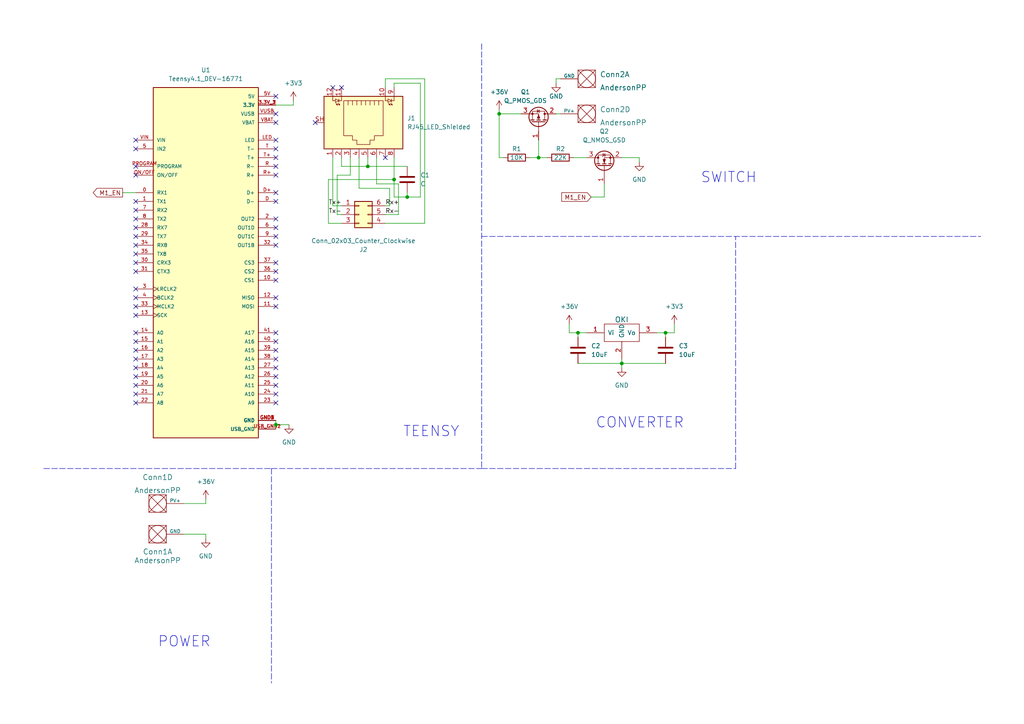
<source format=kicad_sch>
(kicad_sch (version 20211123) (generator eeschema)
  (paper "A4")
  (title_block (title "Zeke_Allen_Training_rev1"))
  (lib_symbols
    (symbol "Connector:RJ45_LED_Shielded" (pin_names (offset 1.016))
      (property "Reference" "J" (at -5.08 13.97 0))
      (property "Value" "RJ45_LED_Shielded" (at 1.27 13.97 0))
      (symbol "RJ45_LED_Shielded_0_1"
        (polyline (pts (xy -7.62 -7.62) (xy -6.35 -7.62)))
        (polyline (pts (xy -7.62 -5.08) (xy -6.35 -5.08)))
        (polyline (pts (xy -7.62 7.62) (xy -6.35 7.62)))
        (polyline (pts (xy -7.62 10.16) (xy -6.35 10.16)))
        (polyline (pts (xy -6.858 -5.842) (xy -5.842 -5.842)))
        (polyline (pts (xy -6.858 9.398) (xy -5.842 9.398)))
        (polyline (pts (xy -6.35 -7.62) (xy -6.35 -6.858)))
        (polyline (pts (xy -6.35 -5.08) (xy -6.35 -5.842)))
        (polyline (pts (xy -6.35 7.62) (xy -6.35 8.382)))
        (polyline (pts (xy -6.35 10.16) (xy -6.35 9.398)))
        (polyline (pts (xy -5.08 -6.223) (xy -5.207 -6.604)))
        (polyline (pts (xy -5.08 -5.588) (xy -5.207 -5.969)))
        (polyline (pts (xy -5.08 4.445) (xy -6.35 4.445)))
        (polyline (pts (xy -5.08 5.715) (xy -6.35 5.715)))
        (polyline (pts (xy -5.08 9.017) (xy -5.207 8.636)))
        (polyline (pts (xy -5.08 9.652) (xy -5.207 9.271)))
        (polyline (pts (xy -6.35 -3.175) (xy -5.08 -3.175) (xy -5.08 -3.175)))
        (polyline (pts (xy -6.35 -1.905) (xy -5.08 -1.905) (xy -5.08 -1.905)))
        (polyline (pts (xy -6.35 -0.635) (xy -5.08 -0.635) (xy -5.08 -0.635)))
        (polyline (pts (xy -6.35 0.635) (xy -5.08 0.635) (xy -5.08 0.635)))
        (polyline (pts (xy -6.35 1.905) (xy -5.08 1.905) (xy -5.08 1.905)))
        (polyline (pts (xy -5.588 -6.731) (xy -5.08 -6.223) (xy -5.461 -6.35)))
        (polyline (pts (xy -5.588 -6.096) (xy -5.08 -5.588) (xy -5.461 -5.715)))
        (polyline (pts (xy -5.588 8.509) (xy -5.08 9.017) (xy -5.461 8.89)))
        (polyline (pts (xy -5.588 9.144) (xy -5.08 9.652) (xy -5.461 9.525)))
        (polyline (pts (xy -5.08 3.175) (xy -6.35 3.175) (xy -6.35 3.175)))
        (polyline (pts (xy -6.35 -5.842) (xy -6.858 -6.858) (xy -5.842 -6.858) (xy -6.35 -5.842)))
        (polyline (pts (xy -6.35 9.398) (xy -6.858 8.382) (xy -5.842 8.382) (xy -6.35 9.398)))
        (polyline (pts (xy -6.35 -4.445) (xy -6.35 6.985) (xy 3.81 6.985) (xy 3.81 4.445) (xy 5.08 4.445) (xy 5.08 3.175) (xy 6.35 3.175) (xy 6.35 -0.635) (xy 5.08 -0.635) (xy 5.08 -1.905) (xy 3.81 -1.905) (xy 3.81 -4.445) (xy -6.35 -4.445) (xy -6.35 -4.445)))
        (rectangle (start 7.62 12.7) (end -7.62 -10.16) (stroke (width 0.254)) (fill (type background)))
      )
      (symbol "RJ45_LED_Shielded_1_1"
        (pin passive line (at 10.16 -7.62 180) (length 2.54) (name "~") (number "1"))
        (pin passive line (at -10.16 7.62 0) (length 2.54) (name "~") (number "10"))
        (pin passive line (at -10.16 -5.08 0) (length 2.54) (name "~") (number "11"))
        (pin passive line (at -10.16 -7.62 0) (length 2.54) (name "~") (number "12"))
        (pin passive line (at 10.16 -5.08 180) (length 2.54) (name "~") (number "2"))
        (pin passive line (at 10.16 -2.54 180) (length 2.54) (name "~") (number "3"))
        (pin passive line (at 10.16 0 180) (length 2.54) (name "~") (number "4"))
        (pin passive line (at 10.16 2.54 180) (length 2.54) (name "~") (number "5"))
        (pin passive line (at 10.16 5.08 180) (length 2.54) (name "~") (number "6"))
        (pin passive line (at 10.16 7.62 180) (length 2.54) (name "~") (number "7"))
        (pin passive line (at 10.16 10.16 180) (length 2.54) (name "~") (number "8"))
        (pin passive line (at -10.16 10.16 0) (length 2.54) (name "~") (number "9"))
        (pin passive line (at 0 -12.7 90) (length 2.54) (name "~") (number "SH"))
      )
    )
    (symbol "Connector_Generic:Conn_02x03_Counter_Clockwise" (pin_names (offset 1.016) hide)
      (property "Reference" "J" (at 1.27 5.08 0))
      (property "Value" "Conn_02x03_Counter_Clockwise" (at 1.27 -5.08 0))
      (symbol "Conn_02x03_Counter_Clockwise_1_1"
        (rectangle (start -1.27 -2.413) (end 0 -2.667) (stroke (width 0.1524)))
        (rectangle (start -1.27 0.127) (end 0 -0.127) (stroke (width 0.1524)))
        (rectangle (start -1.27 2.667) (end 0 2.413) (stroke (width 0.1524)))
        (rectangle (start -1.27 3.81) (end 3.81 -3.81) (stroke (width 0.254)) (fill (type background)))
        (rectangle (start 3.81 -2.413) (end 2.54 -2.667) (stroke (width 0.1524)))
        (rectangle (start 3.81 0.127) (end 2.54 -0.127) (stroke (width 0.1524)))
        (rectangle (start 3.81 2.667) (end 2.54 2.413) (stroke (width 0.1524)))
        (pin passive line (at -5.08 2.54 0) (length 3.81) (name "Pin_1") (number "1"))
        (pin passive line (at -5.08 0 0) (length 3.81) (name "Pin_2") (number "2"))
        (pin passive line (at -5.08 -2.54 0) (length 3.81) (name "Pin_3") (number "3"))
        (pin passive line (at 7.62 -2.54 180) (length 3.81) (name "Pin_4") (number "4"))
        (pin passive line (at 7.62 0 180) (length 3.81) (name "Pin_5") (number "5"))
        (pin passive line (at 7.62 2.54 180) (length 3.81) (name "Pin_6") (number "6"))
      )
    )
    (symbol "Device:C" (pin_numbers hide) (pin_names (offset 0.254))
      (property "Reference" "C" (at 0.635 2.54 0))
      (property "Value" "C" (at 0.635 -2.54 0))
      (symbol "C_0_1"
        (polyline (pts (xy -2.032 -0.762) (xy 2.032 -0.762)) (stroke (width 0.508)))
        (polyline (pts (xy -2.032 0.762) (xy 2.032 0.762)) (stroke (width 0.508)))
      )
      (symbol "C_1_1"
        (pin passive line (at 0 3.81 270) (length 2.794) (name "~") (number "1"))
        (pin passive line (at 0 -3.81 90) (length 2.794) (name "~") (number "2"))
      )
    )
    (symbol "Device:Q_NMOS_GSD" (pin_names (offset 0) hide)
      (property "Reference" "Q" (at 5.08 1.27 0))
      (property "Value" "Q_NMOS_GSD" (at 5.08 -1.27 0))
      (symbol "Q_NMOS_GSD_0_1"
        (polyline (pts (xy 0.254 0) (xy -2.54 0)))
        (polyline (pts (xy 0.254 1.905) (xy 0.254 -1.905)) (stroke (width 0.254)))
        (polyline (pts (xy 0.762 -1.27) (xy 0.762 -2.286)) (stroke (width 0.254)))
        (polyline (pts (xy 0.762 0.508) (xy 0.762 -0.508)) (stroke (width 0.254)))
        (polyline (pts (xy 0.762 2.286) (xy 0.762 1.27)) (stroke (width 0.254)))
        (polyline (pts (xy 2.54 2.54) (xy 2.54 1.778)))
        (polyline (pts (xy 2.54 -2.54) (xy 2.54 0) (xy 0.762 0)))
        (polyline (pts (xy 0.762 -1.778) (xy 3.302 -1.778) (xy 3.302 1.778) (xy 0.762 1.778)))
        (polyline (pts (xy 1.016 0) (xy 2.032 0.381) (xy 2.032 -0.381) (xy 1.016 0)) (fill (type outline)))
        (polyline (pts (xy 2.794 0.508) (xy 2.921 0.381) (xy 3.683 0.381) (xy 3.81 0.254)))
        (polyline (pts (xy 3.302 0.381) (xy 2.921 -0.254) (xy 3.683 -0.254) (xy 3.302 0.381)))
        (circle (center 1.651 0) (radius 2.794) (stroke (width 0.254)))
        (circle (center 2.54 -1.778) (radius 0.254) (fill (type outline)))
        (circle (center 2.54 1.778) (radius 0.254) (fill (type outline)))
      )
      (symbol "Q_NMOS_GSD_1_1"
        (pin input line (at -5.08 0 0) (length 2.54) (name "G") (number "1"))
        (pin passive line (at 2.54 -5.08 90) (length 2.54) (name "S") (number "2"))
        (pin passive line (at 2.54 5.08 270) (length 2.54) (name "D") (number "3"))
      )
    )
    (symbol "Device:Q_PMOS_GDS" (pin_names (offset 0) hide)
      (property "Reference" "Q" (at 5.08 1.27 0))
      (property "Value" "Q_PMOS_GDS" (at 5.08 -1.27 0))
      (symbol "Q_PMOS_GDS_0_1"
        (polyline (pts (xy 0.254 0) (xy -2.54 0)))
        (polyline (pts (xy 0.254 1.905) (xy 0.254 -1.905)) (stroke (width 0.254)))
        (polyline (pts (xy 0.762 -1.27) (xy 0.762 -2.286)) (stroke (width 0.254)))
        (polyline (pts (xy 0.762 0.508) (xy 0.762 -0.508)) (stroke (width 0.254)))
        (polyline (pts (xy 0.762 2.286) (xy 0.762 1.27)) (stroke (width 0.254)))
        (polyline (pts (xy 2.54 2.54) (xy 2.54 1.778)))
        (polyline (pts (xy 2.54 -2.54) (xy 2.54 0) (xy 0.762 0)))
        (polyline (pts (xy 0.762 1.778) (xy 3.302 1.778) (xy 3.302 -1.778) (xy 0.762 -1.778)))
        (polyline (pts (xy 2.286 0) (xy 1.27 0.381) (xy 1.27 -0.381) (xy 2.286 0)) (fill (type outline)))
        (polyline (pts (xy 2.794 -0.508) (xy 2.921 -0.381) (xy 3.683 -0.381) (xy 3.81 -0.254)))
        (polyline (pts (xy 3.302 -0.381) (xy 2.921 0.254) (xy 3.683 0.254) (xy 3.302 -0.381)))
        (circle (center 1.651 0) (radius 2.794) (stroke (width 0.254)))
        (circle (center 2.54 -1.778) (radius 0.254) (fill (type outline)))
        (circle (center 2.54 1.778) (radius 0.254) (fill (type outline)))
      )
      (symbol "Q_PMOS_GDS_1_1"
        (pin input line (at -5.08 0 0) (length 2.54) (name "G") (number "1"))
        (pin passive line (at 2.54 5.08 270) (length 2.54) (name "D") (number "2"))
        (pin passive line (at 2.54 -5.08 90) (length 2.54) (name "S") (number "3"))
      )
    )
    (symbol "Device:R" (pin_numbers hide) (pin_names (offset 0))
      (property "Reference" "R" (at 2.032 0 90))
      (property "Value" "R" (at 0 0 90))
      (symbol "R_0_1"
        (rectangle (start -1.016 -2.54) (end 1.016 2.54) (stroke (width 0.254)))
      )
      (symbol "R_1_1"
        (pin passive line (at 0 3.81 270) (length 1.27) (name "~") (number "1"))
        (pin passive line (at 0 -3.81 90) (length 1.27) (name "~") (number "2"))
      )
    )
    (symbol "MRDT_Connectors:AndersonPP" (pin_numbers hide) (pin_names (offset 0))
      (property "Reference" "Conn" (at 3.81 -1.27 0))
      (property "Value" "AndersonPP" (at 2.54 6.35 0))
      (symbol "AndersonPP_0_1"
        (polyline (pts (xy 0 5.08) (xy 5.08 0)))
        (polyline (pts (xy 5.08 5.08) (xy 0 0)))
        (rectangle (start 0 0) (end 5.08 5.08))
        (circle (center 2.54 2.54) (radius 2.54))
      )
      (symbol "AndersonPP_1_1"
        (pin input line (at 10.16 2.54 180) (length 5.08) (name "GND") (number "1"))
      )
      (symbol "AndersonPP_2_1"
        (pin input line (at 10.16 2.54 180) (length 5.08) (name "V+Log") (number "2"))
      )
      (symbol "AndersonPP_3_1"
        (pin input line (at 10.16 2.54 180) (length 5.08) (name "V+Act") (number "3"))
      )
      (symbol "AndersonPP_4_1"
        (pin input line (at 10.16 2.54 180) (length 5.08) (name "PV+") (number "4"))
      )
      (symbol "AndersonPP_5_1"
        (pin input line (at 10.16 2.54 180) (length 5.08) (name "~") (number "1"))
      )
    )
    (symbol "MRDT_Devices:OKI" (pin_names (offset 1.016))
      (property "Value" "OKI" (at 5.08 6.35 0))
      (symbol "OKI_0_1"
        (rectangle (start 0 0) (end 10.16 5.08))
      )
      (symbol "OKI_1_1"
        (pin input line (at -5.08 2.54 0) (length 5.08) (name "Vi") (number "1"))
        (pin output line (at 5.08 -5.08 90) (length 5.08) (name "GND") (number "2"))
        (pin output line (at 15.24 2.54 180) (length 5.08) (name "Vo") (number "3"))
      )
    )
    (symbol "MRDT_Shields:Teensy4.1_DEV-16771" (pin_names (offset 1.016))
      (property "Reference" "U" (at -15.24 52.07 0))
      (property "Value" "Teensy4.1_DEV-16771" (at -15.24 -53.34 0))
      (symbol "Teensy4.1_DEV-16771_0_0"
        (rectangle (start -15.24 -50.8) (end 15.24 50.8) (stroke (width 0.254)) (fill (type background)))
        (pin bidirectional line (at -20.32 20.32 0) (length 5.08) (name "RX1") (number "0"))
        (pin bidirectional line (at -20.32 17.78 0) (length 5.08) (name "TX1") (number "1"))
        (pin bidirectional line (at 20.32 -5.08 180) (length 5.08) (name "CS1") (number "10"))
        (pin bidirectional line (at 20.32 -12.7 180) (length 5.08) (name "MOSI") (number "11"))
        (pin bidirectional line (at 20.32 -10.16 180) (length 5.08) (name "MISO") (number "12"))
        (pin bidirectional clock (at -20.32 -15.24 0) (length 5.08) (name "SCK") (number "13"))
        (pin bidirectional line (at -20.32 -20.32 0) (length 5.08) (name "A0") (number "14"))
        (pin bidirectional line (at -20.32 -22.86 0) (length 5.08) (name "A1") (number "15"))
        (pin bidirectional line (at -20.32 -25.4 0) (length 5.08) (name "A2") (number "16"))
        (pin bidirectional line (at -20.32 -27.94 0) (length 5.08) (name "A3") (number "17"))
        (pin bidirectional line (at -20.32 -30.48 0) (length 5.08) (name "A4") (number "18"))
        (pin bidirectional line (at -20.32 -33.02 0) (length 5.08) (name "A5") (number "19"))
        (pin output line (at 20.32 12.7 180) (length 5.08) (name "OUT2") (number "2"))
        (pin bidirectional line (at -20.32 -35.56 0) (length 5.08) (name "A6") (number "20"))
        (pin bidirectional line (at -20.32 -38.1 0) (length 5.08) (name "A7") (number "21"))
        (pin bidirectional line (at -20.32 -40.64 0) (length 5.08) (name "A8") (number "22"))
        (pin bidirectional line (at 20.32 -40.64 180) (length 5.08) (name "A9") (number "23"))
        (pin bidirectional line (at 20.32 -38.1 180) (length 5.08) (name "A10") (number "24"))
        (pin bidirectional line (at 20.32 -35.56 180) (length 5.08) (name "A11") (number "25"))
        (pin bidirectional line (at 20.32 -33.02 180) (length 5.08) (name "A12") (number "26"))
        (pin bidirectional line (at 20.32 -30.48 180) (length 5.08) (name "A13") (number "27"))
        (pin bidirectional line (at -20.32 10.16 0) (length 5.08) (name "RX7") (number "28"))
        (pin bidirectional line (at -20.32 7.62 0) (length 5.08) (name "TX7") (number "29"))
        (pin bidirectional clock (at -20.32 -7.62 0) (length 5.08) (name "LRCLK2") (number "3"))
        (pin power_in line (at 20.32 45.72 180) (length 5.08) (name "3.3V") (number "3.3V_1"))
        (pin power_in line (at 20.32 45.72 180) (length 5.08) (name "3.3V") (number "3.3V_2"))
        (pin power_in line (at 20.32 45.72 180) (length 5.08) (name "3.3V") (number "3.3V_3"))
        (pin bidirectional line (at -20.32 0 0) (length 5.08) (name "CRX3") (number "30"))
        (pin bidirectional line (at -20.32 -2.54 0) (length 5.08) (name "CTX3") (number "31"))
        (pin output line (at 20.32 5.08 180) (length 5.08) (name "OUT1B") (number "32"))
        (pin bidirectional clock (at -20.32 -12.7 0) (length 5.08) (name "MCLK2") (number "33"))
        (pin bidirectional line (at -20.32 5.08 0) (length 5.08) (name "RX8") (number "34"))
        (pin bidirectional line (at -20.32 2.54 0) (length 5.08) (name "TX8") (number "35"))
        (pin bidirectional line (at 20.32 -2.54 180) (length 5.08) (name "CS2") (number "36"))
        (pin bidirectional line (at 20.32 0 180) (length 5.08) (name "CS3") (number "37"))
        (pin bidirectional line (at 20.32 -27.94 180) (length 5.08) (name "A14") (number "38"))
        (pin bidirectional line (at 20.32 -25.4 180) (length 5.08) (name "A15") (number "39"))
        (pin bidirectional clock (at -20.32 -10.16 0) (length 5.08) (name "BCLK2") (number "4"))
        (pin bidirectional line (at 20.32 -22.86 180) (length 5.08) (name "A16") (number "40"))
        (pin bidirectional line (at 20.32 -20.32 180) (length 5.08) (name "A17") (number "41"))
        (pin bidirectional line (at -20.32 33.02 0) (length 5.08) (name "IN2") (number "5"))
        (pin power_in line (at 20.32 48.26 180) (length 5.08) (name "5V") (number "5V"))
        (pin output line (at 20.32 10.16 180) (length 5.08) (name "OUT1D") (number "6"))
        (pin bidirectional line (at -20.32 15.24 0) (length 5.08) (name "RX2") (number "7"))
        (pin bidirectional line (at -20.32 12.7 0) (length 5.08) (name "TX2") (number "8"))
        (pin output line (at 20.32 7.62 180) (length 5.08) (name "OUT1C") (number "9"))
        (pin bidirectional line (at 20.32 17.78 180) (length 5.08) (name "D-") (number "D"))
        (pin bidirectional line (at 20.32 20.32 180) (length 5.08) (name "D+") (number "D+"))
        (pin power_in line (at 20.32 -45.72 180) (length 5.08) (name "GND") (number "GND1"))
        (pin power_in line (at 20.32 -45.72 180) (length 5.08) (name "GND") (number "GND2"))
        (pin power_in line (at 20.32 -45.72 180) (length 5.08) (name "GND") (number "GND3"))
        (pin power_in line (at 20.32 -45.72 180) (length 5.08) (name "GND") (number "GND4"))
        (pin power_in line (at 20.32 -45.72 180) (length 5.08) (name "GND") (number "GND5"))
        (pin bidirectional line (at 20.32 35.56 180) (length 5.08) (name "LED") (number "LED"))
        (pin bidirectional line (at -20.32 25.4 0) (length 5.08) (name "ON/OFF") (number "ON/OFF"))
        (pin bidirectional line (at -20.32 27.94 0) (length 5.08) (name "PROGRAM") (number "PROGRAM"))
        (pin bidirectional line (at 20.32 27.94 180) (length 5.08) (name "R-") (number "R"))
        (pin bidirectional line (at 20.32 25.4 180) (length 5.08) (name "R+") (number "R+"))
        (pin bidirectional line (at 20.32 33.02 180) (length 5.08) (name "T-") (number "T"))
        (pin bidirectional line (at 20.32 30.48 180) (length 5.08) (name "T+") (number "T+"))
        (pin power_in line (at 20.32 -48.26 180) (length 5.08) (name "USB_GND") (number "USB_GND1"))
        (pin power_in line (at 20.32 -48.26 180) (length 5.08) (name "USB_GND") (number "USB_GND2"))
        (pin passive line (at 20.32 40.64 180) (length 5.08) (name "VBAT") (number "VBAT"))
        (pin input line (at -20.32 35.56 0) (length 5.08) (name "VIN") (number "VIN"))
        (pin passive line (at 20.32 43.18 180) (length 5.08) (name "VUSB") (number "VUSB"))
      )
    )
    (symbol "power:+36V" (power) (pin_names (offset 0))
      (property "Value" "+36V" (at 0 3.556 0))
      (symbol "+36V_0_1"
        (polyline (pts (xy -0.762 1.27) (xy 0 2.54)))
        (polyline (pts (xy 0 0) (xy 0 2.54)))
        (polyline (pts (xy 0 2.54) (xy 0.762 1.27)))
      )
      (symbol "+36V_1_1"
        (pin power_in line (at 0 0 90) (length 0) hide (name "+36V") (number "1"))
      )
    )
    (symbol "power:+3V3" (power) (pin_names (offset 0))
      (property "Value" "+3V3" (at 0 3.556 0))
      (symbol "+3V3_0_1"
        (polyline (pts (xy -0.762 1.27) (xy 0 2.54)))
        (polyline (pts (xy 0 0) (xy 0 2.54)))
        (polyline (pts (xy 0 2.54) (xy 0.762 1.27)))
      )
      (symbol "+3V3_1_1"
        (pin power_in line (at 0 0 90) (length 0) hide (name "+3V3") (number "1"))
      )
    )
    (symbol "power:GND" (power) (pin_names (offset 0))
      (property "Value" "GND" (at 0 -3.81 0))
      (symbol "GND_0_1"
        (polyline (pts (xy 0 0) (xy 0 -1.27) (xy 1.27 -1.27) (xy 0 -2.54) (xy -1.27 -1.27) (xy 0 -1.27)))
      )
      (symbol "GND_1_1"
        (pin power_in line (at 0 0 270) (length 0) hide (name "GND") (number "1"))
      )
    )
  )
  (junction (at 114.3 52.07))
  (junction (at 180.34 105.41))
  (junction (at 167.64 96.52))
  (junction (at 156.21 45.72))
  (junction (at 106.68 48.26))
  (junction (at 193.04 96.52))
  (junction (at 118.11 57.15))
  (junction (at 144.78 33.02))
  (junction (at 80.01 123.19))
  (no_connect (at 99.06 25.4))
  (no_connect (at 96.52 25.4))
  (no_connect (at 91.44 35.56))
  (no_connect (at 111.76 45.72))
  (no_connect (at 80.01 78.74))
  (no_connect (at 80.01 81.28))
  (no_connect (at 80.01 86.36))
  (no_connect (at 80.01 88.9))
  (no_connect (at 80.01 96.52))
  (no_connect (at 80.01 99.06))
  (no_connect (at 80.01 101.6))
  (no_connect (at 80.01 104.14))
  (no_connect (at 39.37 116.84))
  (no_connect (at 39.37 114.3))
  (no_connect (at 39.37 111.76))
  (no_connect (at 39.37 109.22))
  (no_connect (at 39.37 106.68))
  (no_connect (at 39.37 104.14))
  (no_connect (at 39.37 101.6))
  (no_connect (at 39.37 99.06))
  (no_connect (at 39.37 96.52))
  (no_connect (at 39.37 91.44))
  (no_connect (at 39.37 88.9))
  (no_connect (at 39.37 86.36))
  (no_connect (at 39.37 83.82))
  (no_connect (at 80.01 27.94))
  (no_connect (at 80.01 33.02))
  (no_connect (at 80.01 35.56))
  (no_connect (at 80.01 45.72))
  (no_connect (at 80.01 106.68))
  (no_connect (at 80.01 109.22))
  (no_connect (at 80.01 111.76))
  (no_connect (at 80.01 114.3))
  (no_connect (at 80.01 116.84))
  (no_connect (at 39.37 58.42))
  (no_connect (at 39.37 50.8))
  (no_connect (at 39.37 48.26))
  (no_connect (at 39.37 43.18))
  (no_connect (at 39.37 40.64))
  (no_connect (at 80.01 40.64))
  (no_connect (at 80.01 48.26))
  (no_connect (at 80.01 50.8))
  (no_connect (at 80.01 55.88))
  (no_connect (at 80.01 43.18))
  (no_connect (at 80.01 66.04))
  (no_connect (at 80.01 68.58))
  (no_connect (at 80.01 71.12))
  (no_connect (at 80.01 76.2))
  (no_connect (at 39.37 78.74))
  (no_connect (at 39.37 76.2))
  (no_connect (at 39.37 73.66))
  (no_connect (at 39.37 71.12))
  (no_connect (at 39.37 68.58))
  (no_connect (at 39.37 66.04))
  (no_connect (at 80.01 58.42))
  (no_connect (at 80.01 63.5))
  (no_connect (at 39.37 63.5))
  (no_connect (at 39.37 60.96))
  (wire (pts (xy 114.3 52.07) (xy 114.3 45.72)))
  (wire (pts (xy 53.34 146.05) (xy 59.69 146.05)))
  (wire (pts (xy 195.58 96.52) (xy 193.04 96.52)))
  (wire (pts (xy 123.19 22.86) (xy 111.76 22.86)))
  (wire (pts (xy 115.57 62.23) (xy 115.57 53.34)))
  (wire (pts (xy 83.82 123.19) (xy 80.01 123.19)))
  (wire (pts (xy 193.04 96.52) (xy 190.5 96.52)))
  (wire (pts (xy 153.67 45.72) (xy 156.21 45.72)))
  (wire (pts (xy 171.45 57.15) (xy 175.26 57.15)))
  (polyline (pts (xy 213.36 135.89) (xy 213.36 68.58)))
  (wire (pts (xy 175.26 57.15) (xy 175.26 53.34)))
  (polyline (pts (xy 139.7 12.7) (xy 139.7 135.89)))
  (wire (pts (xy 165.1 96.52) (xy 167.64 96.52)))
  (wire (pts (xy 161.29 22.86) (xy 161.29 24.13)))
  (wire (pts (xy 167.64 96.52) (xy 170.18 96.52)))
  (wire (pts (xy 161.29 33.02) (xy 162.56 33.02)))
  (wire (pts (xy 114.3 57.15) (xy 114.3 52.07)))
  (wire (pts (xy 144.78 33.02) (xy 151.13 33.02)))
  (wire (pts (xy 99.06 45.72) (xy 99.06 48.26)))
  (wire (pts (xy 111.76 59.69) (xy 113.03 59.69)))
  (wire (pts (xy 118.11 57.15) (xy 118.11 55.88)))
  (wire (pts (xy 185.42 46.99) (xy 185.42 45.72)))
  (wire (pts (xy 96.52 45.72) (xy 96.52 59.69)))
  (wire (pts (xy 144.78 33.02) (xy 144.78 31.75)))
  (wire (pts (xy 156.21 40.64) (xy 156.21 45.72)))
  (wire (pts (xy 144.78 33.02) (xy 144.78 45.72)))
  (wire (pts (xy 193.04 96.52) (xy 193.04 97.79)))
  (wire (pts (xy 161.29 22.86) (xy 162.56 22.86)))
  (wire (pts (xy 99.06 64.77) (xy 95.25 64.77)))
  (wire (pts (xy 111.76 22.86) (xy 111.76 25.4)))
  (wire (pts (xy 85.09 29.21) (xy 85.09 30.48)))
  (wire (pts (xy 114.3 25.4) (xy 114.3 24.13)))
  (wire (pts (xy 115.57 53.34) (xy 109.22 53.34)))
  (wire (pts (xy 95.25 52.07) (xy 95.25 64.77)))
  (wire (pts (xy 35.56 55.88) (xy 39.37 55.88)))
  (polyline (pts (xy 78.74 135.89) (xy 139.7 135.89)))
  (wire (pts (xy 111.76 64.77) (xy 123.19 64.77)))
  (wire (pts (xy 195.58 93.98) (xy 195.58 96.52)))
  (wire (pts (xy 156.21 45.72) (xy 158.75 45.72)))
  (wire (pts (xy 101.6 50.8) (xy 101.6 45.72)))
  (wire (pts (xy 106.68 48.26) (xy 106.68 45.72)))
  (polyline (pts (xy 12.7 135.89) (xy 78.74 135.89)))
  (polyline (pts (xy 139.7 135.89) (xy 213.36 135.89)))
  (wire (pts (xy 114.3 24.13) (xy 121.92 24.13)))
  (wire (pts (xy 111.76 62.23) (xy 115.57 62.23)))
  (wire (pts (xy 113.03 54.61) (xy 104.14 54.61)))
  (wire (pts (xy 121.92 57.15) (xy 118.11 57.15)))
  (wire (pts (xy 109.22 53.34) (xy 109.22 45.72)))
  (wire (pts (xy 97.79 62.23) (xy 97.79 50.8)))
  (wire (pts (xy 123.19 64.77) (xy 123.19 22.86)))
  (wire (pts (xy 99.06 48.26) (xy 106.68 48.26)))
  (wire (pts (xy 96.52 59.69) (xy 99.06 59.69)))
  (wire (pts (xy 166.37 45.72) (xy 170.18 45.72)))
  (wire (pts (xy 180.34 45.72) (xy 185.42 45.72)))
  (wire (pts (xy 180.34 104.14) (xy 180.34 105.41)))
  (wire (pts (xy 121.92 24.13) (xy 121.92 57.15)))
  (wire (pts (xy 99.06 62.23) (xy 97.79 62.23)))
  (wire (pts (xy 113.03 59.69) (xy 113.03 54.61)))
  (wire (pts (xy 97.79 50.8) (xy 101.6 50.8)))
  (wire (pts (xy 118.11 57.15) (xy 114.3 57.15)))
  (wire (pts (xy 80.01 123.19) (xy 80.01 124.46)))
  (wire (pts (xy 180.34 105.41) (xy 180.34 106.68)))
  (wire (pts (xy 167.64 105.41) (xy 180.34 105.41)))
  (wire (pts (xy 167.64 96.52) (xy 167.64 97.79)))
  (wire (pts (xy 53.34 154.94) (xy 59.69 154.94)))
  (wire (pts (xy 80.01 123.19) (xy 80.01 121.92)))
  (wire (pts (xy 106.68 48.26) (xy 118.11 48.26)))
  (polyline (pts (xy 139.7 68.58) (xy 284.48 68.58)))
  (wire (pts (xy 59.69 154.94) (xy 59.69 156.21)))
  (wire (pts (xy 85.09 30.48) (xy 80.01 30.48)))
  (wire (pts (xy 165.1 93.98) (xy 165.1 96.52)))
  (wire (pts (xy 95.25 52.07) (xy 114.3 52.07)))
  (wire (pts (xy 59.69 144.78) (xy 59.69 146.05)))
  (wire (pts (xy 180.34 105.41) (xy 193.04 105.41)))
  (wire (pts (xy 104.14 54.61) (xy 104.14 45.72)))
  (polyline (pts (xy 78.74 135.89) (xy 78.74 198.12)))
  (wire (pts (xy 144.78 45.72) (xy 146.05 45.72)))
  (text "SWITCH\n" (at 203.2 53.34 0) (effects (font (size 3 3)) (justify left bottom)))
  (text "TEENSY" (at 116.84 127 0) (effects (font (size 3 3)) (justify left bottom)))
  (text "POWER\n" (at 45.72 187.96 0) (effects (font (size 3 3)) (justify left bottom)))
  (text "CONVERTER" (at 172.72 124.46 0) (effects (font (size 3 3)) (justify left bottom)))
  (label "Rx-" (at 111.76 62.23 0))
  (label "Rx+" (at 111.76 59.69 0))
  (label "Tx-" (at 99.06 62.23 180))
  (label "Tx+" (at 99.06 59.69 180))
  (global_label "M1_EN" (shape output) (at 35.56 55.88 180) (property "Intersheet References" "${INTERSHEET_REFS}" (effects hide)))
  (global_label "M1_EN" (shape input) (at 171.45 57.15 180) (property "Intersheet References" "${INTERSHEET_REFS}" (effects hide)))
  (symbol (lib_id "power:GND") (at 59.69 156.21 0) (unit 1)
    (property "Reference" "#PWR02" (effects hide))
    (property "Value" "GND" (at 59.69 161.29 0))
  )
  (symbol (lib_id "power:GND") (at 83.82 123.19 0) (unit 1)
    (property "Reference" "#PWR03" (effects hide))
    (property "Value" "GND" (at 83.82 128.27 0))
  )
  (symbol (lib_id "MRDT_Devices:OKI") (at 175.26 99.06 0) (unit 1)
    (property "Reference" "U2" (effects hide))
    (property "Value" "OKI" (at 180.34 92.71 0) (effects (font (size 1.524 1.524))))
    (property "Footprint" "MRDT_Devices:OKI_Horizontal" (effects hide))
  )
  (symbol (lib_id "Device:R") (at 149.86 45.72 90) (unit 1)
    (property "Reference" "R1" (at 149.86 43.18 90))
    (property "Value" "10K" (at 149.86 45.72 90))
    (property "Footprint" "Resistor_SMD:R_0603_1608Metric_Pad0.98x0.95mm_HandSolder" (effects hide))
  )
  (symbol (lib_id "Device:Q_PMOS_GDS") (at 156.21 35.56 270) (mirror x) (unit 1)
    (property "Reference" "Q1" (at 152.4 26.67 90))
    (property "Value" "Q_PMOS_GDS" (at 152.4 29.21 90))
    (property "Footprint" "Package_TO_SOT_SMD:TO-252-2" (effects hide))
  )
  (symbol (lib_id "power:+36V") (at 165.1 93.98 0) (unit 1)
    (property "Reference" "#PWR08" (effects hide))
    (property "Value" "+36V" (at 165.1 88.9 0))
  )
  (symbol (lib_id "Device:C") (at 193.04 101.6 0) (unit 1)
    (property "Reference" "C3" (at 196.85 100.3299 0) (effects (justify left)))
    (property "Value" "10uF" (at 196.85 102.8699 0) (effects (justify left)))
    (property "Footprint" "Capacitor_SMD:C_0603_1608Metric_Pad1.08x0.95mm_HandSolder" (effects hide))
  )
  (symbol (lib_id "Device:Q_NMOS_GSD") (at 175.26 48.26 90) (unit 1)
    (property "Reference" "Q2" (at 175.26 38.1 90))
    (property "Value" "Q_NMOS_GSD" (at 175.26 40.64 90))
    (property "Footprint" "Package_TO_SOT_SMD:SOT-23" (effects hide))
  )
  (symbol (lib_id "MRDT_Connectors:AndersonPP") (at 172.72 30.48 180) (unit 4)
    (property "Reference" "Conn2" (at 173.99 31.75 0) (effects (font (size 1.524 1.524)) (justify right)))
    (property "Value" "AndersonPP" (at 173.99 35.56 0) (effects (font (size 1.524 1.524)) (justify right)))
    (property "Footprint" "MRDT_Connectors:Square_Anderson_2_H_Side_By_Side_PV" (effects hide))
  )
  (symbol (lib_id "power:GND") (at 161.29 24.13 0) (unit 1)
    (property "Reference" "#PWR06" (effects hide))
    (property "Value" "GND" (at 161.29 27.94 0))
  )
  (symbol (lib_id "MRDT_Connectors:AndersonPP") (at 172.72 20.32 180) (unit 1)
    (property "Reference" "Conn2" (at 173.99 21.59 0) (effects (font (size 1.524 1.524)) (justify right)))
    (property "Value" "AndersonPP" (at 173.99 25.4 0) (effects (font (size 1.524 1.524)) (justify right)))
    (property "Footprint" "MRDT_Connectors:Square_Anderson_2_H_Side_By_Side_PV" (effects hide))
  )
  (symbol (lib_id "power:+3V3") (at 195.58 93.98 0) (unit 1)
    (property "Reference" "#PWR09" (effects hide))
    (property "Value" "+3V3" (at 195.58 88.9 0))
  )
  (symbol (lib_id "power:+3V3") (at 85.09 29.21 0) (unit 1)
    (property "Reference" "#PWR04" (effects hide))
    (property "Value" "+3V3" (at 85.09 24.13 0))
  )
  (symbol (lib_id "power:+36V") (at 59.69 144.78 0) (unit 1)
    (property "Reference" "#PWR01" (effects hide))
    (property "Value" "+36V" (at 59.69 139.7 0))
  )
  (symbol (lib_id "power:+36V") (at 144.78 31.75 0) (unit 1)
    (property "Reference" "#PWR05" (effects hide))
    (property "Value" "+36V" (at 144.78 26.67 0))
  )
  (symbol (lib_id "MRDT_Connectors:AndersonPP") (at 43.18 157.48 0) (unit 1)
    (property "Reference" "Conn1" (at 45.72 160.02 0) (effects (font (size 1.524 1.524))))
    (property "Value" "AndersonPP" (at 45.72 162.56 0) (effects (font (size 1.524 1.524))))
    (property "Footprint" "MRDT_Connectors:Square_Anderson_2_H_Side_By_Side_PV" (effects hide))
  )
  (symbol (lib_id "Device:C") (at 167.64 101.6 0) (unit 1)
    (property "Reference" "C2" (at 171.45 100.3299 0) (effects (justify left)))
    (property "Value" "10uF" (at 171.45 102.8699 0) (effects (justify left)))
    (property "Footprint" "Capacitor_SMD:C_0603_1608Metric_Pad1.08x0.95mm_HandSolder" (effects hide))
  )
  (symbol (lib_id "Connector:RJ45_LED_Shielded") (at 104.14 35.56 270) (unit 1)
    (property "Reference" "J1" (at 118.11 34.2899 90) (effects (justify left)))
    (property "Value" "RJ45_LED_Shielded" (at 118.11 36.8299 90) (effects (justify left)))
    (property "Footprint" "MRDT_Connectors:RJ45_Teensy" (effects hide))
  )
  (symbol (lib_id "power:GND") (at 185.42 46.99 0) (unit 1)
    (property "Reference" "#PWR07" (effects hide))
    (property "Value" "GND" (at 185.42 52.07 0))
  )
  (symbol (lib_id "MRDT_Shields:Teensy4.1_DEV-16771") (at 59.69 76.2 0) (unit 1)
    (property "Reference" "U1" (at 59.69 20.32 0))
    (property "Value" "Teensy4.1_DEV-16771" (at 59.69 22.86 0))
    (property "Footprint" "MRDT_Shields:Teensy_4_1_Vertical" (effects hide))
    (property "STANDARD" "Manufacturer recommendations" (effects hide))
    (property "MAXIMUM_PACKAGE_HEIGHT" "4.07mm" (effects hide))
    (property "MANUFACTURER" "SparkFun Electronics" (effects hide))
    (property "PARTREV" "4.1" (effects hide))
  )
  (symbol (lib_id "Device:R") (at 162.56 45.72 90) (unit 1)
    (property "Reference" "R2" (at 162.56 43.18 90))
    (property "Value" "22K" (at 162.56 45.72 90))
    (property "Footprint" "Resistor_SMD:R_0603_1608Metric_Pad0.98x0.95mm_HandSolder" (effects hide))
  )
  (symbol (lib_id "Device:C") (at 118.11 52.07 0) (unit 1)
    (property "Reference" "C1" (at 121.92 50.7999 0) (effects (justify left)))
    (property "Value" "C" (at 121.92 53.3399 0) (effects (justify left)))
    (property "Footprint" "Capacitor_SMD:C_0603_1608Metric_Pad1.08x0.95mm_HandSolder" (effects hide))
  )
  (symbol (lib_id "MRDT_Connectors:AndersonPP") (at 43.18 148.59 0) (unit 4)
    (property "Reference" "Conn1" (at 45.72 138.43 0) (effects (font (size 1.524 1.524))))
    (property "Value" "AndersonPP" (at 45.72 142.24 0) (effects (font (size 1.524 1.524))))
    (property "Footprint" "MRDT_Connectors:Square_Anderson_2_H_Side_By_Side_PV" (effects hide))
  )
  (symbol (lib_id "power:GND") (at 180.34 106.68 0) (unit 1)
    (property "Reference" "#PWR010" (effects hide))
    (property "Value" "GND" (at 180.34 111.76 0))
  )
  (symbol (lib_id "Connector_Generic:Conn_02x03_Counter_Clockwise") (at 104.14 62.23 0) (unit 1)
    (property "Reference" "J2" (at 105.41 72.39 0))
    (property "Value" "Conn_02x03_Counter_Clockwise" (at 105.41 69.85 0))
    (property "Footprint" "Connector_PinHeader_2.00mm:PinHeader_2x03_P2.00mm_Vertical" (effects hide))
  )
)
</source>
